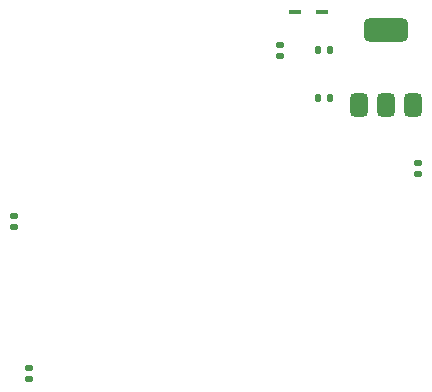
<source format=gtp>
%TF.GenerationSoftware,KiCad,Pcbnew,9.0.7*%
%TF.CreationDate,2026-02-19T22:53:12-05:00*%
%TF.ProjectId,ESP32-Adapter,45535033-322d-4416-9461-707465722e6b,rev?*%
%TF.SameCoordinates,Original*%
%TF.FileFunction,Paste,Top*%
%TF.FilePolarity,Positive*%
%FSLAX46Y46*%
G04 Gerber Fmt 4.6, Leading zero omitted, Abs format (unit mm)*
G04 Created by KiCad (PCBNEW 9.0.7) date 2026-02-19 22:53:12*
%MOMM*%
%LPD*%
G01*
G04 APERTURE LIST*
G04 Aperture macros list*
%AMRoundRect*
0 Rectangle with rounded corners*
0 $1 Rounding radius*
0 $2 $3 $4 $5 $6 $7 $8 $9 X,Y pos of 4 corners*
0 Add a 4 corners polygon primitive as box body*
4,1,4,$2,$3,$4,$5,$6,$7,$8,$9,$2,$3,0*
0 Add four circle primitives for the rounded corners*
1,1,$1+$1,$2,$3*
1,1,$1+$1,$4,$5*
1,1,$1+$1,$6,$7*
1,1,$1+$1,$8,$9*
0 Add four rect primitives between the rounded corners*
20,1,$1+$1,$2,$3,$4,$5,0*
20,1,$1+$1,$4,$5,$6,$7,0*
20,1,$1+$1,$6,$7,$8,$9,0*
20,1,$1+$1,$8,$9,$2,$3,0*%
G04 Aperture macros list end*
%ADD10RoundRect,0.140000X-0.170000X0.140000X-0.170000X-0.140000X0.170000X-0.140000X0.170000X0.140000X0*%
%ADD11RoundRect,0.375000X0.375000X-0.625000X0.375000X0.625000X-0.375000X0.625000X-0.375000X-0.625000X0*%
%ADD12RoundRect,0.500000X1.400000X-0.500000X1.400000X0.500000X-1.400000X0.500000X-1.400000X-0.500000X0*%
%ADD13RoundRect,0.135000X0.135000X0.185000X-0.135000X0.185000X-0.135000X-0.185000X0.135000X-0.185000X0*%
%ADD14RoundRect,0.135000X-0.135000X-0.185000X0.135000X-0.185000X0.135000X0.185000X-0.135000X0.185000X0*%
%ADD15R,1.111200X0.450800*%
G04 APERTURE END LIST*
D10*
%TO.C,C3*%
X92850900Y-70900000D03*
X92850900Y-71860000D03*
%TD*%
D11*
%TO.C,U2*%
X120770900Y-48600000D03*
X123070900Y-48600000D03*
D12*
X123070900Y-42300000D03*
D11*
X125370900Y-48600000D03*
%TD*%
D10*
%TO.C,C2*%
X114070900Y-43520000D03*
X114070900Y-44480000D03*
%TD*%
%TO.C,C1*%
X125760900Y-53550000D03*
X125760900Y-54510000D03*
%TD*%
%TO.C,C4*%
X91570900Y-58000000D03*
X91570900Y-58960000D03*
%TD*%
D13*
%TO.C,R1*%
X118320900Y-48020000D03*
X117300900Y-48020000D03*
%TD*%
D14*
%TO.C,R2*%
X117300900Y-44010000D03*
X118320900Y-44010000D03*
%TD*%
D15*
%TO.C,D1*%
X115380900Y-40780000D03*
X117680900Y-40780000D03*
%TD*%
M02*

</source>
